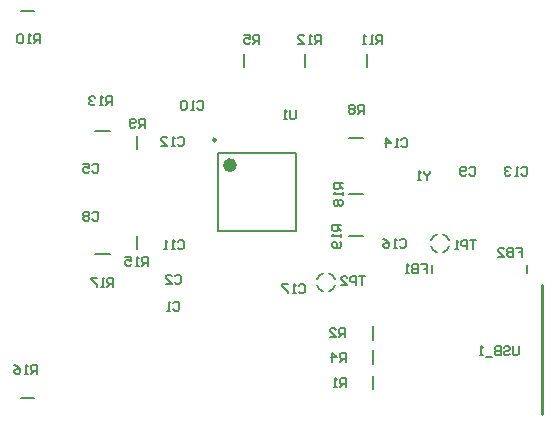
<source format=gbo>
%FSLAX24Y24*%
%MOIN*%
G70*
G01*
G75*
G04 Layer_Color=32896*
%ADD10R,0.0433X0.0492*%
%ADD11R,0.0512X0.0610*%
%ADD12R,0.0512X0.0394*%
%ADD13R,0.0866X0.0374*%
%ADD14R,0.0551X0.0472*%
%ADD15C,0.0120*%
%ADD16C,0.0100*%
%ADD17C,0.0340*%
%ADD18C,0.0532*%
%ADD19R,0.0532X0.0532*%
%ADD20C,0.0591*%
%ADD21R,0.0591X0.0591*%
%ADD22C,0.1100*%
%ADD23C,0.0540*%
%ADD24C,0.0787*%
%ADD25C,0.0689*%
%ADD26R,0.1144X0.1144*%
%ADD27C,0.1654*%
%ADD28C,0.1220*%
%ADD29C,0.0500*%
%ADD30C,0.0300*%
%ADD31C,0.0250*%
%ADD32R,0.0394X0.0512*%
%ADD33O,0.0217X0.0630*%
%ADD34O,0.0630X0.0217*%
%ADD35R,0.0433X0.0551*%
%ADD36R,0.0551X0.0433*%
%ADD37R,0.0472X0.0551*%
%ADD38R,0.0315X0.0354*%
%ADD39R,0.0980X0.0790*%
%ADD40R,0.0940X0.0200*%
%ADD41C,0.0200*%
%ADD42C,0.0150*%
%ADD43C,0.0500*%
%ADD44C,0.0079*%
%ADD45C,0.0050*%
%ADD46C,0.0059*%
%ADD47C,0.0059*%
%ADD48R,0.0513X0.0572*%
%ADD49R,0.0592X0.0690*%
%ADD50R,0.0592X0.0474*%
%ADD51R,0.0946X0.0454*%
%ADD52R,0.0631X0.0552*%
%ADD53C,0.0420*%
%ADD54C,0.0612*%
%ADD55R,0.0612X0.0612*%
%ADD56C,0.0671*%
%ADD57R,0.0671X0.0671*%
%ADD58C,0.1180*%
%ADD59C,0.0620*%
%ADD60C,0.0867*%
%ADD61C,0.0769*%
%ADD62R,0.1224X0.1224*%
%ADD63C,0.1734*%
%ADD64C,0.1300*%
%ADD65C,0.0580*%
%ADD66C,0.0380*%
%ADD67R,0.0474X0.0592*%
%ADD68O,0.0297X0.0710*%
%ADD69O,0.0710X0.0297*%
%ADD70R,0.0513X0.0631*%
%ADD71R,0.0631X0.0513*%
%ADD72R,0.0552X0.0631*%
%ADD73R,0.0395X0.0434*%
%ADD74R,0.1060X0.0870*%
%ADD75R,0.1020X0.0280*%
%ADD76C,0.0080*%
%ADD77C,0.0098*%
%ADD78C,0.0236*%
D16*
X40090Y28000D02*
Y32300D01*
D44*
X33683Y37200D02*
X34117D01*
X33683Y33950D02*
X34117D01*
X32200Y39583D02*
Y40017D01*
X29301Y36699D02*
X31899D01*
X29301Y34101D02*
X31899D01*
X29301D02*
Y36699D01*
X31899Y34101D02*
Y36699D01*
X34250Y39583D02*
Y40017D01*
X34450Y30464D02*
Y30936D01*
X39611Y32712D02*
Y32988D01*
X36449Y32712D02*
Y32988D01*
X34450Y29664D02*
Y30136D01*
Y28833D02*
Y29267D01*
X25214Y33350D02*
X25686D01*
X26600Y33527D02*
Y33960D01*
X25214Y37450D02*
X25686D01*
X26600Y36840D02*
Y37273D01*
X30150Y39583D02*
Y40017D01*
X33664Y35350D02*
X34136D01*
X22733Y28550D02*
X23167D01*
X22733Y41450D02*
X23167D01*
D45*
X27800Y31700D02*
X27850Y31750D01*
X27950D01*
X28000Y31700D01*
Y31500D01*
X27950Y31450D01*
X27850D01*
X27800Y31500D01*
X27700Y31450D02*
X27600D01*
X27650D01*
Y31750D01*
X27700Y31700D01*
X27850Y32600D02*
X27900Y32650D01*
X28000D01*
X28050Y32600D01*
Y32400D01*
X28000Y32350D01*
X27900D01*
X27850Y32400D01*
X27550Y32350D02*
X27750D01*
X27550Y32550D01*
Y32600D01*
X27600Y32650D01*
X27700D01*
X27750Y32600D01*
X25100Y36300D02*
X25150Y36350D01*
X25250D01*
X25300Y36300D01*
Y36100D01*
X25250Y36050D01*
X25150D01*
X25100Y36100D01*
X24800Y36350D02*
X25000D01*
Y36200D01*
X24900Y36250D01*
X24850D01*
X24800Y36200D01*
Y36100D01*
X24850Y36050D01*
X24950D01*
X25000Y36100D01*
X25100Y34700D02*
X25150Y34750D01*
X25250D01*
X25300Y34700D01*
Y34500D01*
X25250Y34450D01*
X25150D01*
X25100Y34500D01*
X25000Y34700D02*
X24950Y34750D01*
X24850D01*
X24800Y34700D01*
Y34650D01*
X24850Y34600D01*
X24800Y34550D01*
Y34500D01*
X24850Y34450D01*
X24950D01*
X25000Y34500D01*
Y34550D01*
X24950Y34600D01*
X25000Y34650D01*
Y34700D01*
X24950Y34600D02*
X24850D01*
X37680Y36200D02*
X37730Y36250D01*
X37830D01*
X37880Y36200D01*
Y36000D01*
X37830Y35950D01*
X37730D01*
X37680Y36000D01*
X37580D02*
X37530Y35950D01*
X37430D01*
X37380Y36000D01*
Y36200D01*
X37430Y36250D01*
X37530D01*
X37580Y36200D01*
Y36150D01*
X37530Y36100D01*
X37380D01*
X28600Y38410D02*
X28650Y38460D01*
X28750D01*
X28800Y38410D01*
Y38210D01*
X28750Y38160D01*
X28650D01*
X28600Y38210D01*
X28500Y38160D02*
X28400D01*
X28450D01*
Y38460D01*
X28500Y38410D01*
X28250D02*
X28200Y38460D01*
X28100D01*
X28050Y38410D01*
Y38210D01*
X28100Y38160D01*
X28200D01*
X28250Y38210D01*
Y38410D01*
X27950Y33750D02*
X28000Y33800D01*
X28100D01*
X28150Y33750D01*
Y33550D01*
X28100Y33500D01*
X28000D01*
X27950Y33550D01*
X27850Y33500D02*
X27750D01*
X27800D01*
Y33800D01*
X27850Y33750D01*
X27600Y33500D02*
X27500D01*
X27550D01*
Y33800D01*
X27600Y33750D01*
X27950Y37200D02*
X28000Y37250D01*
X28100D01*
X28150Y37200D01*
Y37000D01*
X28100Y36950D01*
X28000D01*
X27950Y37000D01*
X27850Y36950D02*
X27750D01*
X27800D01*
Y37250D01*
X27850Y37200D01*
X27400Y36950D02*
X27600D01*
X27400Y37150D01*
Y37200D01*
X27450Y37250D01*
X27550D01*
X27600Y37200D01*
X39400Y36200D02*
X39450Y36250D01*
X39550D01*
X39600Y36200D01*
Y36000D01*
X39550Y35950D01*
X39450D01*
X39400Y36000D01*
X39300Y35950D02*
X39200D01*
X39250D01*
Y36250D01*
X39300Y36200D01*
X39050D02*
X39000Y36250D01*
X38900D01*
X38850Y36200D01*
Y36150D01*
X38900Y36100D01*
X38950D01*
X38900D01*
X38850Y36050D01*
Y36000D01*
X38900Y35950D01*
X39000D01*
X39050Y36000D01*
X35400Y37150D02*
X35450Y37200D01*
X35550D01*
X35600Y37150D01*
Y36950D01*
X35550Y36900D01*
X35450D01*
X35400Y36950D01*
X35300Y36900D02*
X35200D01*
X35250D01*
Y37200D01*
X35300Y37150D01*
X34900Y36900D02*
Y37200D01*
X35050Y37050D01*
X34850D01*
X35350Y33800D02*
X35400Y33850D01*
X35500D01*
X35550Y33800D01*
Y33600D01*
X35500Y33550D01*
X35400D01*
X35350Y33600D01*
X35250Y33550D02*
X35150D01*
X35200D01*
Y33850D01*
X35250Y33800D01*
X34800Y33850D02*
X34900Y33800D01*
X35000Y33700D01*
Y33600D01*
X34950Y33550D01*
X34850D01*
X34800Y33600D01*
Y33650D01*
X34850Y33700D01*
X35000D01*
X31990Y32280D02*
X32040Y32330D01*
X32140D01*
X32190Y32280D01*
Y32080D01*
X32140Y32030D01*
X32040D01*
X31990Y32080D01*
X31890Y32030D02*
X31790D01*
X31840D01*
Y32330D01*
X31890Y32280D01*
X31640Y32330D02*
X31440D01*
Y32280D01*
X31640Y32080D01*
Y32030D01*
X36050Y33000D02*
X36250D01*
Y32850D01*
X36150D01*
X36250D01*
Y32700D01*
X35950Y33000D02*
Y32700D01*
X35800D01*
X35750Y32750D01*
Y32800D01*
X35800Y32850D01*
X35950D01*
X35800D01*
X35750Y32900D01*
Y32950D01*
X35800Y33000D01*
X35950D01*
X35650Y32700D02*
X35550D01*
X35600D01*
Y33000D01*
X35650Y32950D01*
X39240Y33560D02*
X39440D01*
Y33410D01*
X39340D01*
X39440D01*
Y33260D01*
X39140Y33560D02*
Y33260D01*
X38990D01*
X38940Y33310D01*
Y33360D01*
X38990Y33410D01*
X39140D01*
X38990D01*
X38940Y33460D01*
Y33510D01*
X38990Y33560D01*
X39140D01*
X38640Y33260D02*
X38840D01*
X38640Y33460D01*
Y33510D01*
X38690Y33560D01*
X38790D01*
X38840Y33510D01*
X33550Y28900D02*
Y29200D01*
X33400D01*
X33350Y29150D01*
Y29050D01*
X33400Y29000D01*
X33550D01*
X33450D02*
X33350Y28900D01*
X33250D02*
X33150D01*
X33200D01*
Y29200D01*
X33250Y29150D01*
X33525Y30575D02*
Y30875D01*
X33375D01*
X33325Y30825D01*
Y30725D01*
X33375Y30675D01*
X33525D01*
X33425D02*
X33325Y30575D01*
X33025D02*
X33225D01*
X33025Y30775D01*
Y30825D01*
X33075Y30875D01*
X33175D01*
X33225Y30825D01*
X33550Y29750D02*
Y30050D01*
X33400D01*
X33350Y30000D01*
Y29900D01*
X33400Y29850D01*
X33550D01*
X33450D02*
X33350Y29750D01*
X33100D02*
Y30050D01*
X33250Y29900D01*
X33050D01*
X30670Y40360D02*
Y40660D01*
X30520D01*
X30470Y40610D01*
Y40510D01*
X30520Y40460D01*
X30670D01*
X30570D02*
X30470Y40360D01*
X30170Y40660D02*
X30370D01*
Y40510D01*
X30270Y40560D01*
X30220D01*
X30170Y40510D01*
Y40410D01*
X30220Y40360D01*
X30320D01*
X30370Y40410D01*
X34160Y38020D02*
Y38320D01*
X34010D01*
X33960Y38270D01*
Y38170D01*
X34010Y38120D01*
X34160D01*
X34060D02*
X33960Y38020D01*
X33860Y38270D02*
X33810Y38320D01*
X33710D01*
X33660Y38270D01*
Y38220D01*
X33710Y38170D01*
X33660Y38120D01*
Y38070D01*
X33710Y38020D01*
X33810D01*
X33860Y38070D01*
Y38120D01*
X33810Y38170D01*
X33860Y38220D01*
Y38270D01*
X33810Y38170D02*
X33710D01*
X26850Y37550D02*
Y37850D01*
X26700D01*
X26650Y37800D01*
Y37700D01*
X26700Y37650D01*
X26850D01*
X26750D02*
X26650Y37550D01*
X26550Y37600D02*
X26500Y37550D01*
X26400D01*
X26350Y37600D01*
Y37800D01*
X26400Y37850D01*
X26500D01*
X26550Y37800D01*
Y37750D01*
X26500Y37700D01*
X26350D01*
X23350Y40370D02*
Y40670D01*
X23200D01*
X23150Y40620D01*
Y40520D01*
X23200Y40470D01*
X23350D01*
X23250D02*
X23150Y40370D01*
X23050D02*
X22950D01*
X23000D01*
Y40670D01*
X23050Y40620D01*
X22800D02*
X22750Y40670D01*
X22650D01*
X22600Y40620D01*
Y40420D01*
X22650Y40370D01*
X22750D01*
X22800Y40420D01*
Y40620D01*
X34770Y40360D02*
Y40660D01*
X34620D01*
X34570Y40610D01*
Y40510D01*
X34620Y40460D01*
X34770D01*
X34670D02*
X34570Y40360D01*
X34470D02*
X34370D01*
X34420D01*
Y40660D01*
X34470Y40610D01*
X34220Y40360D02*
X34120D01*
X34170D01*
Y40660D01*
X34220Y40610D01*
X32720Y40360D02*
Y40660D01*
X32570D01*
X32520Y40610D01*
Y40510D01*
X32570Y40460D01*
X32720D01*
X32620D02*
X32520Y40360D01*
X32420D02*
X32320D01*
X32370D01*
Y40660D01*
X32420Y40610D01*
X31970Y40360D02*
X32170D01*
X31970Y40560D01*
Y40610D01*
X32020Y40660D01*
X32120D01*
X32170Y40610D01*
X25750Y38300D02*
Y38600D01*
X25600D01*
X25550Y38550D01*
Y38450D01*
X25600Y38400D01*
X25750D01*
X25650D02*
X25550Y38300D01*
X25450D02*
X25350D01*
X25400D01*
Y38600D01*
X25450Y38550D01*
X25200D02*
X25150Y38600D01*
X25050D01*
X25000Y38550D01*
Y38500D01*
X25050Y38450D01*
X25100D01*
X25050D01*
X25000Y38400D01*
Y38350D01*
X25050Y38300D01*
X25150D01*
X25200Y38350D01*
X26950Y32950D02*
Y33250D01*
X26800D01*
X26750Y33200D01*
Y33100D01*
X26800Y33050D01*
X26950D01*
X26850D02*
X26750Y32950D01*
X26650D02*
X26550D01*
X26600D01*
Y33250D01*
X26650Y33200D01*
X26200Y33250D02*
X26400D01*
Y33100D01*
X26300Y33150D01*
X26250D01*
X26200Y33100D01*
Y33000D01*
X26250Y32950D01*
X26350D01*
X26400Y33000D01*
X23250Y29350D02*
Y29650D01*
X23100D01*
X23050Y29600D01*
Y29500D01*
X23100Y29450D01*
X23250D01*
X23150D02*
X23050Y29350D01*
X22950D02*
X22850D01*
X22900D01*
Y29650D01*
X22950Y29600D01*
X22500Y29650D02*
X22600Y29600D01*
X22700Y29500D01*
Y29400D01*
X22650Y29350D01*
X22550D01*
X22500Y29400D01*
Y29450D01*
X22550Y29500D01*
X22700D01*
X25800Y32250D02*
Y32550D01*
X25650D01*
X25600Y32500D01*
Y32400D01*
X25650Y32350D01*
X25800D01*
X25700D02*
X25600Y32250D01*
X25500D02*
X25400D01*
X25450D01*
Y32550D01*
X25500Y32500D01*
X25250Y32550D02*
X25050D01*
Y32500D01*
X25250Y32300D01*
Y32250D01*
X33450Y35700D02*
X33150D01*
Y35550D01*
X33200Y35500D01*
X33300D01*
X33350Y35550D01*
Y35700D01*
Y35600D02*
X33450Y35500D01*
Y35400D02*
Y35300D01*
Y35350D01*
X33150D01*
X33200Y35400D01*
Y35150D02*
X33150Y35100D01*
Y35000D01*
X33200Y34950D01*
X33250D01*
X33300Y35000D01*
X33350Y34950D01*
X33400D01*
X33450Y35000D01*
Y35100D01*
X33400Y35150D01*
X33350D01*
X33300Y35100D01*
X33250Y35150D01*
X33200D01*
X33300Y35100D02*
Y35000D01*
X33400Y34300D02*
X33100D01*
Y34150D01*
X33150Y34100D01*
X33250D01*
X33300Y34150D01*
Y34300D01*
Y34200D02*
X33400Y34100D01*
Y34000D02*
Y33900D01*
Y33950D01*
X33100D01*
X33150Y34000D01*
X33350Y33750D02*
X33400Y33700D01*
Y33600D01*
X33350Y33550D01*
X33150D01*
X33100Y33600D01*
Y33700D01*
X33150Y33750D01*
X33200D01*
X33250Y33700D01*
Y33550D01*
X37900Y33800D02*
X37700D01*
X37800D01*
Y33500D01*
X37600D02*
Y33800D01*
X37450D01*
X37400Y33750D01*
Y33650D01*
X37450Y33600D01*
X37600D01*
X37300Y33500D02*
X37200D01*
X37250D01*
Y33800D01*
X37300Y33750D01*
X34200Y32600D02*
X34000D01*
X34100D01*
Y32300D01*
X33900D02*
Y32600D01*
X33750D01*
X33700Y32550D01*
Y32450D01*
X33750Y32400D01*
X33900D01*
X33400Y32300D02*
X33600D01*
X33400Y32500D01*
Y32550D01*
X33450Y32600D01*
X33550D01*
X33600Y32550D01*
X31898Y38132D02*
Y37882D01*
X31848Y37832D01*
X31748D01*
X31698Y37882D01*
Y38132D01*
X31598Y37832D02*
X31498D01*
X31548D01*
Y38132D01*
X31598Y38082D01*
X39320Y30270D02*
Y30020D01*
X39270Y29970D01*
X39170D01*
X39120Y30020D01*
Y30270D01*
X38820Y30220D02*
X38870Y30270D01*
X38970D01*
X39020Y30220D01*
Y30170D01*
X38970Y30120D01*
X38870D01*
X38820Y30070D01*
Y30020D01*
X38870Y29970D01*
X38970D01*
X39020Y30020D01*
X38720Y30270D02*
Y29970D01*
X38570D01*
X38520Y30020D01*
Y30070D01*
X38570Y30120D01*
X38720D01*
X38570D01*
X38520Y30170D01*
Y30220D01*
X38570Y30270D01*
X38720D01*
X38420Y29920D02*
X38220D01*
X38120Y29970D02*
X38020D01*
X38070D01*
Y30270D01*
X38120Y30220D01*
X36353Y36099D02*
Y36049D01*
X36253Y35949D01*
X36153Y36049D01*
Y36099D01*
X36253Y35949D02*
Y35799D01*
X36053D02*
X35953D01*
X36003D01*
Y36099D01*
X36053Y36049D01*
D76*
X33000Y32100D02*
G03*
X33200Y32300I-100J300D01*
G01*
X32600D02*
G03*
X32800Y32100I300J100D01*
G01*
Y32700D02*
G03*
X32600Y32500I100J-300D01*
G01*
X33200D02*
G03*
X33000Y32700I-300J-100D01*
G01*
X37000Y33800D02*
G03*
X36800Y34000I-300J-100D01*
G01*
Y33400D02*
G03*
X37000Y33600I-100J300D01*
G01*
X36400D02*
G03*
X36600Y33400I300J100D01*
G01*
Y34000D02*
G03*
X36400Y33800I100J-300D01*
G01*
D77*
X29222Y37152D02*
G03*
X29222Y37152I-49J0D01*
G01*
D78*
X29813Y36306D02*
G03*
X29813Y36306I-118J0D01*
G01*
M02*

</source>
